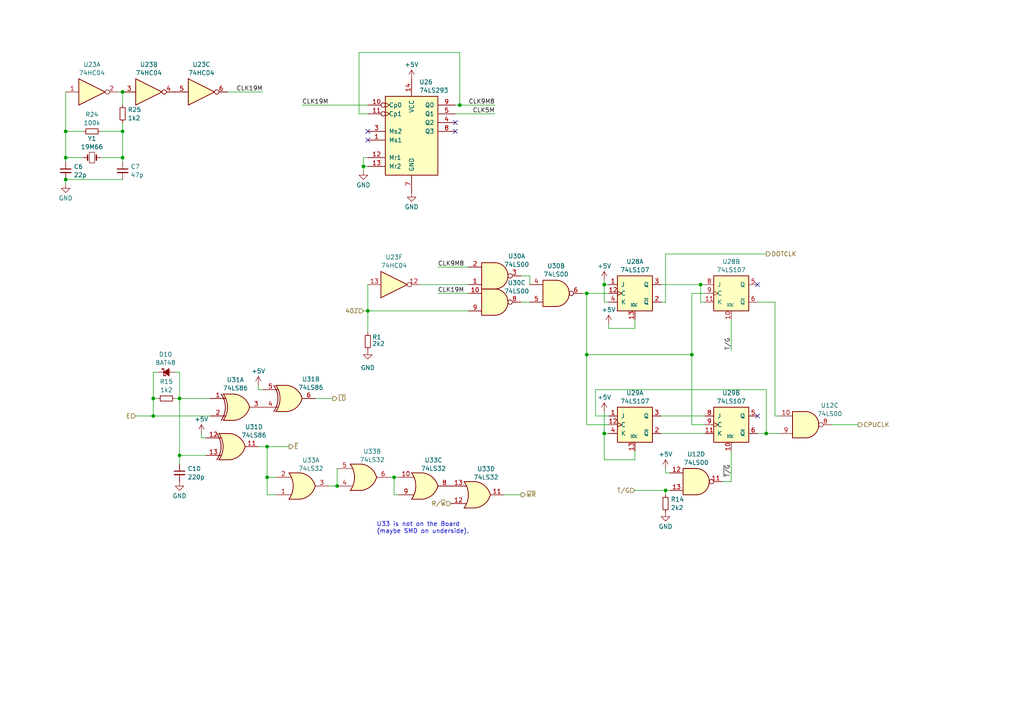
<source format=kicad_sch>
(kicad_sch (version 20231120) (generator "eeschema") (generator_version "8.0")
  (paper "A4")
  (title_block (title "EVA 86 (Epson Video Adapter)") (date "2024-10-12") (rev "v0.1") (company "100% Offner"))
  (lib_symbols
    (symbol "74xx:74HC04"
      (property "Reference" "U" (at 0 1.27 0))
      (property "Value" "74HC04" (at 0 -1.27 0))
      (symbol "74HC04_1_0"
        (polyline (pts (xy -3.81 3.81) (xy -3.81 -3.81) (xy 3.81 0) (xy -3.81 3.81)) (stroke (width 0.254)) (fill (type background)))
        (pin input line (at -7.62 0 0) (length 3.81) (name "~") (number "1"))
        (pin output inverted (at 7.62 0 180) (length 3.81) (name "~") (number "2"))
      )
      (symbol "74HC04_2_0"
        (polyline (pts (xy -3.81 3.81) (xy -3.81 -3.81) (xy 3.81 0) (xy -3.81 3.81)) (stroke (width 0.254)) (fill (type background)))
        (pin input line (at -7.62 0 0) (length 3.81) (name "~") (number "3"))
        (pin output inverted (at 7.62 0 180) (length 3.81) (name "~") (number "4"))
      )
      (symbol "74HC04_3_0"
        (polyline (pts (xy -3.81 3.81) (xy -3.81 -3.81) (xy 3.81 0) (xy -3.81 3.81)) (stroke (width 0.254)) (fill (type background)))
        (pin input line (at -7.62 0 0) (length 3.81) (name "~") (number "5"))
        (pin output inverted (at 7.62 0 180) (length 3.81) (name "~") (number "6"))
      )
      (symbol "74HC04_4_0"
        (polyline (pts (xy -3.81 3.81) (xy -3.81 -3.81) (xy 3.81 0) (xy -3.81 3.81)) (stroke (width 0.254)) (fill (type background)))
        (pin output inverted (at 7.62 0 180) (length 3.81) (name "~") (number "8"))
        (pin input line (at -7.62 0 0) (length 3.81) (name "~") (number "9"))
      )
      (symbol "74HC04_5_0"
        (polyline (pts (xy -3.81 3.81) (xy -3.81 -3.81) (xy 3.81 0) (xy -3.81 3.81)) (stroke (width 0.254)) (fill (type background)))
        (pin output inverted (at 7.62 0 180) (length 3.81) (name "~") (number "10"))
        (pin input line (at -7.62 0 0) (length 3.81) (name "~") (number "11"))
      )
      (symbol "74HC04_6_0"
        (polyline (pts (xy -3.81 3.81) (xy -3.81 -3.81) (xy 3.81 0) (xy -3.81 3.81)) (stroke (width 0.254)) (fill (type background)))
        (pin output inverted (at 7.62 0 180) (length 3.81) (name "~") (number "12"))
        (pin input line (at -7.62 0 0) (length 3.81) (name "~") (number "13"))
      )
      (symbol "74HC04_7_0"
        (pin power_in line (at 0 12.7 270) (length 5.08) (name "VCC") (number "14"))
        (pin power_in line (at 0 -12.7 90) (length 5.08) (name "GND") (number "7"))
      )
      (symbol "74HC04_7_1"
        (rectangle (start -5.08 7.62) (end 5.08 -7.62) (stroke (width 0.254)) (fill (type background)))
      )
    )
    (symbol "74xx:74LS00" (pin_names (offset 1.016))
      (property "Reference" "U" (at 0 1.27 0))
      (property "Value" "74LS00" (at 0 -1.27 0))
      (symbol "74LS00_1_1"
        (arc (start 0 -3.81) (mid 3.7934 0) (end 0 3.81) (stroke (width 0.254)) (fill (type background)))
        (polyline (pts (xy 0 3.81) (xy -3.81 3.81) (xy -3.81 -3.81) (xy 0 -3.81)) (stroke (width 0.254)) (fill (type background)))
        (pin input line (at -7.62 2.54 0) (length 3.81) (name "~") (number "1"))
        (pin input line (at -7.62 -2.54 0) (length 3.81) (name "~") (number "2"))
        (pin output inverted (at 7.62 0 180) (length 3.81) (name "~") (number "3"))
      )
      (symbol "74LS00_1_2"
        (arc (start -3.81 -3.81) (mid -2.589 0) (end -3.81 3.81) (stroke (width 0.254)))
        (arc (start -0.6096 -3.81) (mid 2.1842 -2.5851) (end 3.81 0) (stroke (width 0.254)) (fill (type background)))
        (polyline (pts (xy -3.81 -3.81) (xy -0.635 -3.81)) (stroke (width 0.254)) (fill (type background)))
        (polyline (pts (xy -3.81 3.81) (xy -0.635 3.81)) (stroke (width 0.254)) (fill (type background)))
        (polyline (pts (xy -0.635 3.81) (xy -3.81 3.81) (xy -3.81 3.81) (xy -3.556 3.4036) (xy -3.0226 2.2606) (xy -2.6924 1.0414) (xy -2.6162 -0.254) (xy -2.7686 -1.4986) (xy -3.175 -2.7178) (xy -3.81 -3.81) (xy -3.81 -3.81) (xy -0.635 -3.81)) (stroke (width -25.4)) (fill (type background)))
        (arc (start 3.81 0) (mid 2.1915 2.5936) (end -0.6096 3.81) (stroke (width 0.254)) (fill (type background)))
        (pin input inverted (at -7.62 2.54 0) (length 4.318) (name "~") (number "1"))
        (pin input inverted (at -7.62 -2.54 0) (length 4.318) (name "~") (number "2"))
        (pin output line (at 7.62 0 180) (length 3.81) (name "~") (number "3"))
      )
      (symbol "74LS00_2_1"
        (arc (start 0 -3.81) (mid 3.7934 0) (end 0 3.81) (stroke (width 0.254)) (fill (type background)))
        (polyline (pts (xy 0 3.81) (xy -3.81 3.81) (xy -3.81 -3.81) (xy 0 -3.81)) (stroke (width 0.254)) (fill (type background)))
        (pin input line (at -7.62 2.54 0) (length 3.81) (name "~") (number "4"))
        (pin input line (at -7.62 -2.54 0) (length 3.81) (name "~") (number "5"))
        (pin output inverted (at 7.62 0 180) (length 3.81) (name "~") (number "6"))
      )
      (symbol "74LS00_2_2"
        (arc (start -3.81 -3.81) (mid -2.589 0) (end -3.81 3.81) (stroke (width 0.254)))
        (arc (start -0.6096 -3.81) (mid 2.1842 -2.5851) (end 3.81 0) (stroke (width 0.254)) (fill (type background)))
        (polyline (pts (xy -3.81 -3.81) (xy -0.635 -3.81)) (stroke (width 0.254)) (fill (type background)))
        (polyline (pts (xy -3.81 3.81) (xy -0.635 3.81)) (stroke (width 0.254)) (fill (type background)))
        (polyline (pts (xy -0.635 3.81) (xy -3.81 3.81) (xy -3.81 3.81) (xy -3.556 3.4036) (xy -3.0226 2.2606) (xy -2.6924 1.0414) (xy -2.6162 -0.254) (xy -2.7686 -1.4986) (xy -3.175 -2.7178) (xy -3.81 -3.81) (xy -3.81 -3.81) (xy -0.635 -3.81)) (stroke (width -25.4)) (fill (type background)))
        (arc (start 3.81 0) (mid 2.1915 2.5936) (end -0.6096 3.81) (stroke (width 0.254)) (fill (type background)))
        (pin input inverted (at -7.62 2.54 0) (length 4.318) (name "~") (number "4"))
        (pin input inverted (at -7.62 -2.54 0) (length 4.318) (name "~") (number "5"))
        (pin output line (at 7.62 0 180) (length 3.81) (name "~") (number "6"))
      )
      (symbol "74LS00_3_1"
        (arc (start 0 -3.81) (mid 3.7934 0) (end 0 3.81) (stroke (width 0.254)) (fill (type background)))
        (polyline (pts (xy 0 3.81) (xy -3.81 3.81) (xy -3.81 -3.81) (xy 0 -3.81)) (stroke (width 0.254)) (fill (type background)))
        (pin input line (at -7.62 -2.54 0) (length 3.81) (name "~") (number "10"))
        (pin output inverted (at 7.62 0 180) (length 3.81) (name "~") (number "8"))
        (pin input line (at -7.62 2.54 0) (length 3.81) (name "~") (number "9"))
      )
      (symbol "74LS00_3_2"
        (arc (start -3.81 -3.81) (mid -2.589 0) (end -3.81 3.81) (stroke (width 0.254)))
        (arc (start -0.6096 -3.81) (mid 2.1842 -2.5851) (end 3.81 0) (stroke (width 0.254)) (fill (type background)))
        (polyline (pts (xy -3.81 -3.81) (xy -0.635 -3.81)) (stroke (width 0.254)) (fill (type background)))
        (polyline (pts (xy -3.81 3.81) (xy -0.635 3.81)) (stroke (width 0.254)) (fill (type background)))
        (polyline (pts (xy -0.635 3.81) (xy -3.81 3.81) (xy -3.81 3.81) (xy -3.556 3.4036) (xy -3.0226 2.2606) (xy -2.6924 1.0414) (xy -2.6162 -0.254) (xy -2.7686 -1.4986) (xy -3.175 -2.7178) (xy -3.81 -3.81) (xy -3.81 -3.81) (xy -0.635 -3.81)) (stroke (width -25.4)) (fill (type background)))
        (arc (start 3.81 0) (mid 2.1915 2.5936) (end -0.6096 3.81) (stroke (width 0.254)) (fill (type background)))
        (pin input inverted (at -7.62 -2.54 0) (length 4.318) (name "~") (number "10"))
        (pin output line (at 7.62 0 180) (length 3.81) (name "~") (number "8"))
        (pin input inverted (at -7.62 2.54 0) (length 4.318) (name "~") (number "9"))
      )
      (symbol "74LS00_4_1"
        (arc (start 0 -3.81) (mid 3.7934 0) (end 0 3.81) (stroke (width 0.254)) (fill (type background)))
        (polyline (pts (xy 0 3.81) (xy -3.81 3.81) (xy -3.81 -3.81) (xy 0 -3.81)) (stroke (width 0.254)) (fill (type background)))
        (pin output inverted (at 7.62 0 180) (length 3.81) (name "~") (number "11"))
        (pin input line (at -7.62 2.54 0) (length 3.81) (name "~") (number "12"))
        (pin input line (at -7.62 -2.54 0) (length 3.81) (name "~") (number "13"))
      )
      (symbol "74LS00_4_2"
        (arc (start -3.81 -3.81) (mid -2.589 0) (end -3.81 3.81) (stroke (width 0.254)))
        (arc (start -0.6096 -3.81) (mid 2.1842 -2.5851) (end 3.81 0) (stroke (width 0.254)) (fill (type background)))
        (polyline (pts (xy -3.81 -3.81) (xy -0.635 -3.81)) (stroke (width 0.254)) (fill (type background)))
        (polyline (pts (xy -3.81 3.81) (xy -0.635 3.81)) (stroke (width 0.254)) (fill (type background)))
        (polyline (pts (xy -0.635 3.81) (xy -3.81 3.81) (xy -3.81 3.81) (xy -3.556 3.4036) (xy -3.0226 2.2606) (xy -2.6924 1.0414) (xy -2.6162 -0.254) (xy -2.7686 -1.4986) (xy -3.175 -2.7178) (xy -3.81 -3.81) (xy -3.81 -3.81) (xy -0.635 -3.81)) (stroke (width -25.4)) (fill (type background)))
        (arc (start 3.81 0) (mid 2.1915 2.5936) (end -0.6096 3.81) (stroke (width 0.254)) (fill (type background)))
        (pin output line (at 7.62 0 180) (length 3.81) (name "~") (number "11"))
        (pin input inverted (at -7.62 2.54 0) (length 4.318) (name "~") (number "12"))
        (pin input inverted (at -7.62 -2.54 0) (length 4.318) (name "~") (number "13"))
      )
      (symbol "74LS00_5_0"
        (pin power_in line (at 0 12.7 270) (length 5.08) (name "VCC") (number "14"))
        (pin power_in line (at 0 -12.7 90) (length 5.08) (name "GND") (number "7"))
      )
      (symbol "74LS00_5_1"
        (rectangle (start -5.08 7.62) (end 5.08 -7.62) (stroke (width 0.254)) (fill (type background)))
      )
    )
    (symbol "74xx:74LS107" (pin_names (offset 1.016))
      (property "Reference" "U" (at -7.62 8.89 0))
      (property "Value" "74LS107" (at -7.62 -8.89 0))
      (symbol "74LS107_1_0"
        (pin input line (at -7.62 2.54 0) (length 2.54) (name "J") (number "1"))
        (pin input clock (at -7.62 0 0) (length 2.54) (name "C") (number "12"))
        (pin input line (at 0 -7.62 90) (length 2.54) (name "~{R}") (number "13"))
        (pin output line (at 7.62 -2.54 180) (length 2.54) (name "~{Q}") (number "2"))
        (pin output line (at 7.62 2.54 180) (length 2.54) (name "Q") (number "3"))
        (pin input line (at -7.62 -2.54 0) (length 2.54) (name "K") (number "4"))
      )
      (symbol "74LS107_1_1"
        (rectangle (start -5.08 5.08) (end 5.08 -5.08) (stroke (width 0.254)) (fill (type background)))
      )
      (symbol "74LS107_2_0"
        (pin input line (at 0 -7.62 90) (length 2.54) (name "~{R}") (number "10"))
        (pin input line (at -7.62 -2.54 0) (length 2.54) (name "K") (number "11"))
        (pin output line (at 7.62 2.54 180) (length 2.54) (name "Q") (number "5"))
        (pin output line (at 7.62 -2.54 180) (length 2.54) (name "~{Q}") (number "6"))
        (pin input line (at -7.62 2.54 0) (length 2.54) (name "J") (number "8"))
        (pin input clock (at -7.62 0 0) (length 2.54) (name "C") (number "9"))
      )
      (symbol "74LS107_2_1"
        (rectangle (start -5.08 5.08) (end 5.08 -5.08) (stroke (width 0.254)) (fill (type background)))
      )
      (symbol "74LS107_3_0"
        (pin power_in line (at 0 10.16 270) (length 2.54) (name "VCC") (number "14"))
        (pin power_in line (at 0 -10.16 90) (length 2.54) (name "GND") (number "7"))
      )
      (symbol "74LS107_3_1"
        (rectangle (start -5.08 7.62) (end 5.08 -7.62) (stroke (width 0.254)) (fill (type background)))
      )
    )
    (symbol "74xx:74LS293" (pin_names (offset 1.016))
      (property "Reference" "U" (at -7.62 11.43 0))
      (property "Value" "74LS293" (at -7.62 -13.97 0))
      (symbol "74LS293_1_0"
        (pin input line (at -12.7 -2.54 0) (length 5.08) (name "Ms1") (number "1"))
        (pin input inverted_clock (at -12.7 7.62 0) (length 5.08) (name "Cp0") (number "10"))
        (pin input inverted_clock (at -12.7 5.08 0) (length 5.08) (name "Cp1") (number "11"))
        (pin input line (at -12.7 -7.62 0) (length 5.08) (name "Mr1") (number "12"))
        (pin input line (at -12.7 -10.16 0) (length 5.08) (name "Mr2") (number "13"))
        (pin power_in line (at 0 15.24 270) (length 5.08) (name "VCC") (number "14"))
        (pin input line (at -12.7 0 0) (length 5.08) (name "Ms2") (number "3"))
        (pin output line (at 12.7 2.54 180) (length 5.08) (name "Q2") (number "4"))
        (pin output line (at 12.7 5.08 180) (length 5.08) (name "Q1") (number "5"))
        (pin power_in line (at 0 -17.78 90) (length 5.08) (name "GND") (number "7"))
        (pin output line (at 12.7 0 180) (length 5.08) (name "Q3") (number "8"))
        (pin output line (at 12.7 7.62 180) (length 5.08) (name "Q0") (number "9"))
      )
      (symbol "74LS293_1_1"
        (rectangle (start -7.62 10.16) (end 7.62 -12.7) (stroke (width 0.254)) (fill (type background)))
      )
    )
    (symbol "74xx:74LS32" (pin_names (offset 1.016))
      (property "Reference" "U" (at 0 1.27 0))
      (property "Value" "74LS32" (at 0 -1.27 0))
      (symbol "74LS32_1_1"
        (arc (start -3.81 -3.81) (mid -2.589 0) (end -3.81 3.81) (stroke (width 0.254)))
        (arc (start -0.6096 -3.81) (mid 2.1842 -2.5851) (end 3.81 0) (stroke (width 0.254)) (fill (type background)))
        (polyline (pts (xy -3.81 -3.81) (xy -0.635 -3.81)) (stroke (width 0.254)) (fill (type background)))
        (polyline (pts (xy -3.81 3.81) (xy -0.635 3.81)) (stroke (width 0.254)) (fill (type background)))
        (polyline (pts (xy -0.635 3.81) (xy -3.81 3.81) (xy -3.81 3.81) (xy -3.556 3.4036) (xy -3.0226 2.2606) (xy -2.6924 1.0414) (xy -2.6162 -0.254) (xy -2.7686 -1.4986) (xy -3.175 -2.7178) (xy -3.81 -3.81) (xy -3.81 -3.81) (xy -0.635 -3.81)) (stroke (width -25.4)) (fill (type background)))
        (arc (start 3.81 0) (mid 2.1915 2.5936) (end -0.6096 3.81) (stroke (width 0.254)) (fill (type background)))
        (pin input line (at -7.62 2.54 0) (length 4.318) (name "~") (number "1"))
        (pin input line (at -7.62 -2.54 0) (length 4.318) (name "~") (number "2"))
        (pin output line (at 7.62 0 180) (length 3.81) (name "~") (number "3"))
      )
      (symbol "74LS32_1_2"
        (arc (start 0 -3.81) (mid 3.7934 0) (end 0 3.81) (stroke (width 0.254)) (fill (type background)))
        (polyline (pts (xy 0 3.81) (xy -3.81 3.81) (xy -3.81 -3.81) (xy 0 -3.81)) (stroke (width 0.254)) (fill (type background)))
        (pin input inverted (at -7.62 2.54 0) (length 3.81) (name "~") (number "1"))
        (pin input inverted (at -7.62 -2.54 0) (length 3.81) (name "~") (number "2"))
        (pin output inverted (at 7.62 0 180) (length 3.81) (name "~") (number "3"))
      )
      (symbol "74LS32_2_1"
        (arc (start -3.81 -3.81) (mid -2.589 0) (end -3.81 3.81) (stroke (width 0.254)))
        (arc (start -0.6096 -3.81) (mid 2.1842 -2.5851) (end 3.81 0) (stroke (width 0.254)) (fill (type background)))
        (polyline (pts (xy -3.81 -3.81) (xy -0.635 -3.81)) (stroke (width 0.254)) (fill (type background)))
        (polyline (pts (xy -3.81 3.81) (xy -0.635 3.81)) (stroke (width 0.254)) (fill (type background)))
        (polyline (pts (xy -0.635 3.81) (xy -3.81 3.81) (xy -3.81 3.81) (xy -3.556 3.4036) (xy -3.0226 2.2606) (xy -2.6924 1.0414) (xy -2.6162 -0.254) (xy -2.7686 -1.4986) (xy -3.175 -2.7178) (xy -3.81 -3.81) (xy -3.81 -3.81) (xy -0.635 -3.81)) (stroke (width -25.4)) (fill (type background)))
        (arc (start 3.81 0) (mid 2.1915 2.5936) (end -0.6096 3.81) (stroke (width 0.254)) (fill (type background)))
        (pin input line (at -7.62 2.54 0) (length 4.318) (name "~") (number "4"))
        (pin input line (at -7.62 -2.54 0) (length 4.318) (name "~") (number "5"))
        (pin output line (at 7.62 0 180) (length 3.81) (name "~") (number "6"))
      )
      (symbol "74LS32_2_2"
        (arc (start 0 -3.81) (mid 3.7934 0) (end 0 3.81) (stroke (width 0.254)) (fill (type background)))
        (polyline (pts (xy 0 3.81) (xy -3.81 3.81) (xy -3.81 -3.81) (xy 0 -3.81)) (stroke (width 0.254)) (fill (type background)))
        (pin input inverted (at -7.62 2.54 0) (length 3.81) (name "~") (number "4"))
        (pin input inverted (at -7.62 -2.54 0) (length 3.81) (name "~") (number "5"))
        (pin output inverted (at 7.62 0 180) (length 3.81) (name "~") (number "6"))
      )
      (symbol "74LS32_3_1"
        (arc (start -3.81 -3.81) (mid -2.589 0) (end -3.81 3.81) (stroke (width 0.254)))
        (arc (start -0.6096 -3.81) (mid 2.1842 -2.5851) (end 3.81 0) (stroke (width 0.254)) (fill (type background)))
        (polyline (pts (xy -3.81 -3.81) (xy -0.635 -3.81)) (stroke (width 0.254)) (fill (type background)))
        (polyline (pts (xy -3.81 3.81) (xy -0.635 3.81)) (stroke (width 0.254)) (fill (type background)))
        (polyline (pts (xy -0.635 3.81) (xy -3.81 3.81) (xy -3.81 3.81) (xy -3.556 3.4036) (xy -3.0226 2.2606) (xy -2.6924 1.0414) (xy -2.6162 -0.254) (xy -2.7686 -1.4986) (xy -3.175 -2.7178) (xy -3.81 -3.81) (xy -3.81 -3.81) (xy -0.635 -3.81)) (stroke (width -25.4)) (fill (type background)))
        (arc (start 3.81 0) (mid 2.1915 2.5936) (end -0.6096 3.81) (stroke (width 0.254)) (fill (type background)))
        (pin input line (at -7.62 -2.54 0) (length 4.318) (name "~") (number "10"))
        (pin output line (at 7.62 0 180) (length 3.81) (name "~") (number "8"))
        (pin input line (at -7.62 2.54 0) (length 4.318) (name "~") (number "9"))
      )
      (symbol "74LS32_3_2"
        (arc (start 0 -3.81) (mid 3.7934 0) (end 0 3.81) (stroke (width 0.254)) (fill (type background)))
        (polyline (pts (xy 0 3.81) (xy -3.81 3.81) (xy -3.81 -3.81) (xy 0 -3.81)) (stroke (width 0.254)) (fill (type background)))
        (pin input inverted (at -7.62 -2.54 0) (length 3.81) (name "~") (number "10"))
        (pin output inverted (at 7.62 0 180) (length 3.81) (name "~") (number "8"))
        (pin input inverted (at -7.62 2.54 0) (length 3.81) (name "~") (number "9"))
      )
      (symbol "74LS32_4_1"
        (arc (start -3.81 -3.81) (mid -2.589 0) (end -3.81 3.81) (stroke (width 0.254)))
        (arc (start -0.6096 -3.81) (mid 2.1842 -2.5851) (end 3.81 0) (stroke (width 0.254)) (fill (type background)))
        (polyline (pts (xy -3.81 -3.81) (xy -0.635 -3.81)) (stroke (width 0.254)) (fill (type background)))
        (polyline (pts (xy -3.81 3.81) (xy -0.635 3.81)) (stroke (width 0.254)) (fill (type background)))
        (polyline (pts (xy -0.635 3.81) (xy -3.81 3.81) (xy -3.81 3.81) (xy -3.556 3.4036) (xy -3.0226 2.2606) (xy -2.6924 1.0414) (xy -2.6162 -0.254) (xy -2.7686 -1.4986) (xy -3.175 -2.7178) (xy -3.81 -3.81) (xy -3.81 -3.81) (xy -0.635 -3.81)) (stroke (width -25.4)) (fill (type background)))
        (arc (start 3.81 0) (mid 2.1915 2.5936) (end -0.6096 3.81) (stroke (width 0.254)) (fill (type background)))
        (pin output line (at 7.62 0 180) (length 3.81) (name "~") (number "11"))
        (pin input line (at -7.62 2.54 0) (length 4.318) (name "~") (number "12"))
        (pin input line (at -7.62 -2.54 0) (length 4.318) (name "~") (number "13"))
      )
      (symbol "74LS32_4_2"
        (arc (start 0 -3.81) (mid 3.7934 0) (end 0 3.81) (stroke (width 0.254)) (fill (type background)))
        (polyline (pts (xy 0 3.81) (xy -3.81 3.81) (xy -3.81 -3.81) (xy 0 -3.81)) (stroke (width 0.254)) (fill (type background)))
        (pin output inverted (at 7.62 0 180) (length 3.81) (name "~") (number "11"))
        (pin input inverted (at -7.62 2.54 0) (length 3.81) (name "~") (number "12"))
        (pin input inverted (at -7.62 -2.54 0) (length 3.81) (name "~") (number "13"))
      )
      (symbol "74LS32_5_0"
        (pin power_in line (at 0 12.7 270) (length 5.08) (name "VCC") (number "14"))
        (pin power_in line (at 0 -12.7 90) (length 5.08) (name "GND") (number "7"))
      )
      (symbol "74LS32_5_1"
        (rectangle (start -5.08 7.62) (end 5.08 -7.62) (stroke (width 0.254)) (fill (type background)))
      )
    )
    (symbol "74xx:74LS86" (pin_names (offset 1.016))
      (property "Reference" "U" (at 0 1.27 0))
      (property "Value" "74LS86" (at 0 -1.27 0))
      (symbol "74LS86_1_0"
        (arc (start -4.4196 -3.81) (mid -3.2033 0) (end -4.4196 3.81) (stroke (width 0.254)))
        (arc (start -3.81 -3.81) (mid -2.589 0) (end -3.81 3.81) (stroke (width 0.254)))
        (arc (start -0.6096 -3.81) (mid 2.1842 -2.5851) (end 3.81 0) (stroke (width 0.254)) (fill (type background)))
        (polyline (pts (xy -3.81 -3.81) (xy -0.635 -3.81)) (stroke (width 0.254)) (fill (type background)))
        (polyline (pts (xy -3.81 3.81) (xy -0.635 3.81)) (stroke (width 0.254)) (fill (type background)))
        (polyline (pts (xy -0.635 3.81) (xy -3.81 3.81) (xy -3.81 3.81) (xy -3.556 3.4036) (xy -3.0226 2.2606) (xy -2.6924 1.0414) (xy -2.6162 -0.254) (xy -2.7686 -1.4986) (xy -3.175 -2.7178) (xy -3.81 -3.81) (xy -3.81 -3.81) (xy -0.635 -3.81)) (stroke (width -25.4)) (fill (type background)))
        (arc (start 3.81 0) (mid 2.1915 2.5936) (end -0.6096 3.81) (stroke (width 0.254)) (fill (type background)))
        (pin input line (at -7.62 2.54 0) (length 4.445) (name "~") (number "1"))
        (pin input line (at -7.62 -2.54 0) (length 4.445) (name "~") (number "2"))
        (pin output line (at 7.62 0 180) (length 3.81) (name "~") (number "3"))
      )
      (symbol "74LS86_1_1"
        (polyline (pts (xy -3.81 -2.54) (xy -3.175 -2.54)) (stroke (width 0.1524)))
        (polyline (pts (xy -3.81 2.54) (xy -3.175 2.54)) (stroke (width 0.1524)))
      )
      (symbol "74LS86_2_0"
        (arc (start -4.4196 -3.81) (mid -3.2033 0) (end -4.4196 3.81) (stroke (width 0.254)))
        (arc (start -3.81 -3.81) (mid -2.589 0) (end -3.81 3.81) (stroke (width 0.254)))
        (arc (start -0.6096 -3.81) (mid 2.1842 -2.5851) (end 3.81 0) (stroke (width 0.254)) (fill (type background)))
        (polyline (pts (xy -3.81 -3.81) (xy -0.635 -3.81)) (stroke (width 0.254)) (fill (type background)))
        (polyline (pts (xy -3.81 3.81) (xy -0.635 3.81)) (stroke (width 0.254)) (fill (type background)))
        (polyline (pts (xy -0.635 3.81) (xy -3.81 3.81) (xy -3.81 3.81) (xy -3.556 3.4036) (xy -3.0226 2.2606) (xy -2.6924 1.0414) (xy -2.6162 -0.254) (xy -2.7686 -1.4986) (xy -3.175 -2.7178) (xy -3.81 -3.81) (xy -3.81 -3.81) (xy -0.635 -3.81)) (stroke (width -25.4)) (fill (type background)))
        (arc (start 3.81 0) (mid 2.1915 2.5936) (end -0.6096 3.81) (stroke (width 0.254)) (fill (type background)))
        (pin input line (at -7.62 2.54 0) (length 4.445) (name "~") (number "4"))
        (pin input line (at -7.62 -2.54 0) (length 4.445) (name "~") (number "5"))
        (pin output line (at 7.62 0 180) (length 3.81) (name "~") (number "6"))
      )
      (symbol "74LS86_2_1"
        (polyline (pts (xy -3.81 -2.54) (xy -3.175 -2.54)) (stroke (width 0.1524)))
        (polyline (pts (xy -3.81 2.54) (xy -3.175 2.54)) (stroke (width 0.1524)))
      )
      (symbol "74LS86_3_0"
        (arc (start -4.4196 -3.81) (mid -3.2033 0) (end -4.4196 3.81) (stroke (width 0.254)))
        (arc (start -3.81 -3.81) (mid -2.589 0) (end -3.81 3.81) (stroke (width 0.254)))
        (arc (start -0.6096 -3.81) (mid 2.1842 -2.5851) (end 3.81 0) (stroke (width 0.254)) (fill (type background)))
        (polyline (pts (xy -3.81 -3.81) (xy -0.635 -3.81)) (stroke (width 0.254)) (fill (type background)))
        (polyline (pts (xy -3.81 3.81) (xy -0.635 3.81)) (stroke (width 0.254)) (fill (type background)))
        (polyline (pts (xy -0.635 3.81) (xy -3.81 3.81) (xy -3.81 3.81) (xy -3.556 3.4036) (xy -3.0226 2.2606) (xy -2.6924 1.0414) (xy -2.6162 -0.254) (xy -2.7686 -1.4986) (xy -3.175 -2.7178) (xy -3.81 -3.81) (xy -3.81 -3.81) (xy -0.635 -3.81)) (stroke (width -25.4)) (fill (type background)))
        (arc (start 3.81 0) (mid 2.1915 2.5936) (end -0.6096 3.81) (stroke (width 0.254)) (fill (type background)))
        (pin input line (at -7.62 -2.54 0) (length 4.445) (name "~") (number "10"))
        (pin output line (at 7.62 0 180) (length 3.81) (name "~") (number "8"))
        (pin input line (at -7.62 2.54 0) (length 4.445) (name "~") (number "9"))
      )
      (symbol "74LS86_3_1"
        (polyline (pts (xy -3.81 -2.54) (xy -3.175 -2.54)) (stroke (width 0.1524)))
        (polyline (pts (xy -3.81 2.54) (xy -3.175 2.54)) (stroke (width 0.1524)))
      )
      (symbol "74LS86_4_0"
        (arc (start -4.4196 -3.81) (mid -3.2033 0) (end -4.4196 3.81) (stroke (width 0.254)))
        (arc (start -3.81 -3.81) (mid -2.589 0) (end -3.81 3.81) (stroke (width 0.254)))
        (arc (start -0.6096 -3.81) (mid 2.1842 -2.5851) (end 3.81 0) (stroke (width 0.254)) (fill (type background)))
        (polyline (pts (xy -3.81 -3.81) (xy -0.635 -3.81)) (stroke (width 0.254)) (fill (type background)))
        (polyline (pts (xy -3.81 3.81) (xy -0.635 3.81)) (stroke (width 0.254)) (fill (type background)))
        (polyline (pts (xy -0.635 3.81) (xy -3.81 3.81) (xy -3.81 3.81) (xy -3.556 3.4036) (xy -3.0226 2.2606) (xy -2.6924 1.0414) (xy -2.6162 -0.254) (xy -2.7686 -1.4986) (xy -3.175 -2.7178) (xy -3.81 -3.81) (xy -3.81 -3.81) (xy -0.635 -3.81)) (stroke (width -25.4)) (fill (type background)))
        (arc (start 3.81 0) (mid 2.1915 2.5936) (end -0.6096 3.81) (stroke (width 0.254)) (fill (type background)))
        (pin output line (at 7.62 0 180) (length 3.81) (name "~") (number "11"))
        (pin input line (at -7.62 2.54 0) (length 4.445) (name "~") (number "12"))
        (pin input line (at -7.62 -2.54 0) (length 4.445) (name "~") (number "13"))
      )
      (symbol "74LS86_4_1"
        (polyline (pts (xy -3.81 -2.54) (xy -3.175 -2.54)) (stroke (width 0.1524)))
        (polyline (pts (xy -3.81 2.54) (xy -3.175 2.54)) (stroke (width 0.1524)))
      )
      (symbol "74LS86_5_0"
        (pin power_in line (at 0 12.7 270) (length 5.08) (name "VCC") (number "14"))
        (pin power_in line (at 0 -12.7 90) (length 5.08) (name "GND") (number "7"))
      )
      (symbol "74LS86_5_1"
        (rectangle (start -5.08 7.62) (end 5.08 -7.62) (stroke (width 0.254)) (fill (type background)))
      )
    )
    (symbol "Device:C_Small" (pin_numbers hide) (pin_names (offset 0.254) hide)
      (property "Reference" "C" (at 0.254 1.778 0))
      (property "Value" "C_Small" (at 0.254 -2.032 0))
      (symbol "C_Small_0_1"
        (polyline (pts (xy -1.524 -0.508) (xy 1.524 -0.508)) (stroke (width 0.3302)))
        (polyline (pts (xy -1.524 0.508) (xy 1.524 0.508)) (stroke (width 0.3048)))
      )
      (symbol "C_Small_1_1"
        (pin passive line (at 0 2.54 270) (length 2.032) (name "~") (number "1"))
        (pin passive line (at 0 -2.54 90) (length 2.032) (name "~") (number "2"))
      )
    )
    (symbol "Device:Crystal_Small" (pin_numbers hide) (pin_names (offset 1.016) hide)
      (property "Reference" "Y" (at 0 2.54 0))
      (property "Value" "Crystal_Small" (at 0 -2.54 0))
      (symbol "Crystal_Small_0_1"
        (rectangle (start -0.762 -1.524) (end 0.762 1.524))
        (polyline (pts (xy -1.27 -0.762) (xy -1.27 0.762)) (stroke (width 0.381)))
        (polyline (pts (xy 1.27 -0.762) (xy 1.27 0.762)) (stroke (width 0.381)))
      )
      (symbol "Crystal_Small_1_1"
        (pin passive line (at -2.54 0 0) (length 1.27) (name "1") (number "1"))
        (pin passive line (at 2.54 0 180) (length 1.27) (name "2") (number "2"))
      )
    )
    (symbol "Device:D_Schottky_Small_Filled" (pin_numbers hide) (pin_names (offset 0.254) hide)
      (property "Reference" "D" (at -1.27 2.032 0))
      (property "Value" "D_Schottky_Small_Filled" (at -7.112 -2.032 0))
      (symbol "D_Schottky_Small_Filled_0_1"
        (polyline (pts (xy -0.762 0) (xy 0.762 0)))
        (polyline (pts (xy 0.762 -1.016) (xy -0.762 0) (xy 0.762 1.016) (xy 0.762 -1.016)) (stroke (width 0.254)) (fill (type outline)))
        (polyline (pts (xy -1.27 0.762) (xy -1.27 1.016) (xy -0.762 1.016) (xy -0.762 -1.016) (xy -0.254 -1.016) (xy -0.254 -0.762)) (stroke (width 0.254)))
      )
      (symbol "D_Schottky_Small_Filled_1_1"
        (pin passive line (at -2.54 0 0) (length 1.778) (name "K") (number "1"))
        (pin passive line (at 2.54 0 180) (length 1.778) (name "A") (number "2"))
      )
    )
    (symbol "Device:R_Small" (pin_numbers hide) (pin_names (offset 0.254) hide)
      (property "Reference" "R" (at 0.762 0.508 0))
      (property "Value" "R_Small" (at 0.762 -1.016 0))
      (symbol "R_Small_0_1"
        (rectangle (start -0.762 1.778) (end 0.762 -1.778) (stroke (width 0.2032)))
      )
      (symbol "R_Small_1_1"
        (pin passive line (at 0 2.54 270) (length 0.762) (name "~") (number "1"))
        (pin passive line (at 0 -2.54 90) (length 0.762) (name "~") (number "2"))
      )
    )
    (symbol "GND_1" (power) (pin_names (offset 0))
      (property "Value" "GND_1" (at 0 -3.81 0))
      (symbol "GND_1_0_1"
        (polyline (pts (xy 0 0) (xy 0 -1.27) (xy 1.27 -1.27) (xy 0 -2.54) (xy -1.27 -1.27) (xy 0 -1.27)))
      )
      (symbol "GND_1_1_1"
        (pin power_in line (at 0 0 270) (length 0) hide (name "GND") (number "1"))
      )
    )
    (symbol "power:+5V" (power) (pin_names (offset 0))
      (property "Value" "+5V" (at 0 3.556 0))
      (symbol "+5V_0_1"
        (polyline (pts (xy -0.762 1.27) (xy 0 2.54)))
        (polyline (pts (xy 0 0) (xy 0 2.54)))
        (polyline (pts (xy 0 2.54) (xy 0.762 1.27)))
      )
      (symbol "+5V_1_1"
        (pin power_in line (at 0 0 90) (length 0) hide (name "+5V") (number "1"))
      )
    )
    (symbol "power:GND" (power) (pin_names (offset 0))
      (property "Value" "GND" (at 0 -3.81 0))
      (symbol "GND_0_1"
        (polyline (pts (xy 0 0) (xy 0 -1.27) (xy 1.27 -1.27) (xy 0 -2.54) (xy -1.27 -1.27) (xy 0 -1.27)))
      )
      (symbol "GND_1_1"
        (pin power_in line (at 0 0 270) (length 0) hide (name "GND") (number "1"))
      )
    )
  )
  (junction (at 175.26 82.55))
  (junction (at 35.56 45.72))
  (junction (at 203.2 82.55))
  (junction (at 222.25 125.73))
  (junction (at 35.56 38.1))
  (junction (at 193.04 142.24))
  (junction (at 19.05 45.72))
  (junction (at 200.66 102.87))
  (junction (at 35.56 26.67))
  (junction (at 52.07 115.57))
  (junction (at 133.35 30.48))
  (junction (at 77.47 138.43))
  (junction (at 52.07 132.08))
  (junction (at 105.41 48.26))
  (junction (at 44.45 120.65))
  (junction (at 77.47 129.54))
  (junction (at 170.18 102.87))
  (junction (at 175.26 125.73))
  (junction (at 19.05 38.1))
  (junction (at 170.18 85.09))
  (junction (at 97.79 140.97))
  (junction (at 19.05 52.07))
  (junction (at 114.3 138.43))
  (junction (at 106.68 90.17))
  (junction (at 44.45 115.57))
  (no_connect (at 106.68 40.64))
  (no_connect (at 132.08 35.56))
  (no_connect (at 106.68 38.1))
  (no_connect (at 219.71 120.65))
  (no_connect (at 219.71 82.55))
  (no_connect (at 132.08 38.1))
  (wire (pts (xy 127 77.47) (xy 135.89 77.47)))
  (wire (pts (xy 35.56 26.67) (xy 35.56 30.48)))
  (wire (pts (xy 133.35 15.24) (xy 104.14 15.24)))
  (wire (pts (xy 193.04 87.63) (xy 193.04 73.66)))
  (wire (pts (xy 194.31 137.16) (xy 193.04 137.16)))
  (wire (pts (xy 203.2 87.63) (xy 203.2 82.55)))
  (wire (pts (xy 77.47 138.43) (xy 80.01 138.43)))
  (wire (pts (xy 50.8 107.95) (xy 52.07 107.95)))
  (wire (pts (xy 175.26 81.28) (xy 175.26 82.55)))
  (wire (pts (xy 224.79 87.63) (xy 224.79 120.65)))
  (wire (pts (xy 34.29 26.67) (xy 35.56 26.67)))
  (wire (pts (xy 191.77 82.55) (xy 203.2 82.55)))
  (wire (pts (xy 114.3 143.51) (xy 114.3 138.43)))
  (wire (pts (xy 172.72 120.65) (xy 172.72 113.03)))
  (wire (pts (xy 44.45 115.57) (xy 44.45 120.65)))
  (wire (pts (xy 135.89 85.09) (xy 127 85.09)))
  (wire (pts (xy 80.01 143.51) (xy 77.47 143.51)))
  (wire (pts (xy 209.55 139.7) (xy 212.09 139.7)))
  (wire (pts (xy 204.47 87.63) (xy 203.2 87.63)))
  (wire (pts (xy 35.56 35.56) (xy 35.56 38.1)))
  (wire (pts (xy 212.09 130.81) (xy 212.09 139.7)))
  (wire (pts (xy 19.05 52.07) (xy 35.56 52.07)))
  (wire (pts (xy 176.53 87.63) (xy 175.26 87.63)))
  (wire (pts (xy 105.41 49.53) (xy 105.41 48.26)))
  (wire (pts (xy 212.09 92.71) (xy 212.09 101.6)))
  (wire (pts (xy 193.04 142.24) (xy 194.31 142.24)))
  (wire (pts (xy 44.45 115.57) (xy 45.72 115.57)))
  (wire (pts (xy 77.47 129.54) (xy 77.47 138.43)))
  (wire (pts (xy 52.07 115.57) (xy 52.07 132.08)))
  (wire (pts (xy 19.05 26.67) (xy 19.05 38.1)))
  (wire (pts (xy 97.79 135.89) (xy 97.79 140.97)))
  (wire (pts (xy 204.47 123.19) (xy 200.66 123.19)))
  (wire (pts (xy 59.69 127) (xy 58.42 127)))
  (wire (pts (xy 175.26 125.73) (xy 175.26 133.35)))
  (wire (pts (xy 176.53 93.98) (xy 176.53 95.25)))
  (wire (pts (xy 115.57 143.51) (xy 114.3 143.51)))
  (wire (pts (xy 204.47 120.65) (xy 191.77 120.65)))
  (wire (pts (xy 58.42 127) (xy 58.42 125.73)))
  (wire (pts (xy 193.04 73.66) (xy 222.25 73.66)))
  (wire (pts (xy 76.2 113.03) (xy 74.93 113.03)))
  (wire (pts (xy 77.47 129.54) (xy 74.93 129.54)))
  (wire (pts (xy 170.18 102.87) (xy 170.18 123.19)))
  (wire (pts (xy 175.26 82.55) (xy 176.53 82.55)))
  (wire (pts (xy 132.08 33.02) (xy 143.51 33.02)))
  (wire (pts (xy 224.79 120.65) (xy 226.06 120.65)))
  (wire (pts (xy 35.56 38.1) (xy 35.56 45.72)))
  (wire (pts (xy 97.79 140.97) (xy 95.25 140.97)))
  (wire (pts (xy 204.47 125.73) (xy 191.77 125.73)))
  (wire (pts (xy 176.53 85.09) (xy 170.18 85.09)))
  (wire (pts (xy 193.04 135.89) (xy 193.04 137.16)))
  (wire (pts (xy 29.21 38.1) (xy 35.56 38.1)))
  (wire (pts (xy 170.18 102.87) (xy 200.66 102.87)))
  (wire (pts (xy 222.25 125.73) (xy 226.06 125.73)))
  (wire (pts (xy 105.41 48.26) (xy 106.68 48.26)))
  (wire (pts (xy 175.26 133.35) (xy 184.15 133.35)))
  (wire (pts (xy 176.53 120.65) (xy 172.72 120.65)))
  (wire (pts (xy 77.47 138.43) (xy 77.47 143.51)))
  (wire (pts (xy 45.72 107.95) (xy 44.45 107.95)))
  (wire (pts (xy 175.26 119.38) (xy 175.26 125.73)))
  (wire (pts (xy 222.25 125.73) (xy 219.71 125.73)))
  (wire (pts (xy 114.3 138.43) (xy 115.57 138.43)))
  (wire (pts (xy 151.13 87.63) (xy 153.67 87.63)))
  (wire (pts (xy 44.45 120.65) (xy 60.96 120.65)))
  (wire (pts (xy 168.91 85.09) (xy 170.18 85.09)))
  (wire (pts (xy 105.41 45.72) (xy 106.68 45.72)))
  (wire (pts (xy 35.56 45.72) (xy 35.56 46.99)))
  (wire (pts (xy 106.68 82.55) (xy 106.68 90.17)))
  (wire (pts (xy 113.03 138.43) (xy 114.3 138.43)))
  (wire (pts (xy 133.35 30.48) (xy 143.51 30.48)))
  (wire (pts (xy 19.05 53.34) (xy 19.05 52.07)))
  (wire (pts (xy 184.15 133.35) (xy 184.15 130.81)))
  (wire (pts (xy 176.53 95.25) (xy 184.15 95.25)))
  (wire (pts (xy 191.77 87.63) (xy 193.04 87.63)))
  (wire (pts (xy 200.66 85.09) (xy 204.47 85.09)))
  (wire (pts (xy 19.05 38.1) (xy 19.05 45.72)))
  (wire (pts (xy 50.8 115.57) (xy 52.07 115.57)))
  (wire (pts (xy 121.92 82.55) (xy 135.89 82.55)))
  (wire (pts (xy 170.18 123.19) (xy 176.53 123.19)))
  (wire (pts (xy 105.41 48.26) (xy 105.41 45.72)))
  (wire (pts (xy 96.52 115.57) (xy 91.44 115.57)))
  (wire (pts (xy 74.93 113.03) (xy 74.93 111.76)))
  (wire (pts (xy 52.07 107.95) (xy 52.07 115.57)))
  (wire (pts (xy 175.26 125.73) (xy 176.53 125.73)))
  (wire (pts (xy 19.05 45.72) (xy 24.13 45.72)))
  (wire (pts (xy 133.35 30.48) (xy 133.35 15.24)))
  (wire (pts (xy 106.68 90.17) (xy 135.89 90.17)))
  (wire (pts (xy 87.63 30.48) (xy 106.68 30.48)))
  (wire (pts (xy 106.68 90.17) (xy 106.68 96.52)))
  (wire (pts (xy 105.41 90.17) (xy 106.68 90.17)))
  (wire (pts (xy 44.45 107.95) (xy 44.45 115.57)))
  (wire (pts (xy 203.2 82.55) (xy 204.47 82.55)))
  (wire (pts (xy 224.79 87.63) (xy 219.71 87.63)))
  (wire (pts (xy 153.67 80.01) (xy 153.67 82.55)))
  (wire (pts (xy 19.05 38.1) (xy 24.13 38.1)))
  (wire (pts (xy 175.26 82.55) (xy 175.26 87.63)))
  (wire (pts (xy 151.13 143.51) (xy 146.05 143.51)))
  (wire (pts (xy 83.82 129.54) (xy 77.47 129.54)))
  (wire (pts (xy 104.14 15.24) (xy 104.14 33.02)))
  (wire (pts (xy 66.04 26.67) (xy 76.2 26.67)))
  (wire (pts (xy 184.15 142.24) (xy 193.04 142.24)))
  (wire (pts (xy 29.21 45.72) (xy 35.56 45.72)))
  (wire (pts (xy 52.07 132.08) (xy 59.69 132.08)))
  (wire (pts (xy 193.04 142.24) (xy 193.04 143.51)))
  (wire (pts (xy 222.25 113.03) (xy 222.25 125.73)))
  (wire (pts (xy 200.66 123.19) (xy 200.66 102.87)))
  (wire (pts (xy 104.14 33.02) (xy 106.68 33.02)))
  (wire (pts (xy 248.92 123.19) (xy 241.3 123.19)))
  (wire (pts (xy 151.13 80.01) (xy 153.67 80.01)))
  (wire (pts (xy 44.45 120.65) (xy 39.37 120.65)))
  (wire (pts (xy 52.07 115.57) (xy 60.96 115.57)))
  (wire (pts (xy 170.18 85.09) (xy 170.18 102.87)))
  (wire (pts (xy 52.07 132.08) (xy 52.07 134.62)))
  (wire (pts (xy 172.72 113.03) (xy 222.25 113.03)))
  (wire (pts (xy 132.08 30.48) (xy 133.35 30.48)))
  (wire (pts (xy 184.15 95.25) (xy 184.15 92.71)))
  (wire (pts (xy 200.66 102.87) (xy 200.66 85.09)))
  (wire (pts (xy 19.05 46.99) (xy 19.05 45.72)))
  (text "U33 is not on the Board\n(maybe SMD on underside)." (at 109.22 154.94 0) (effects (font (size 1.27 1.27)) (justify left bottom)))
  (label "CLK19M" (at 76.2 26.67 180))
  (label "CLK19M" (at 127 85.09 0))
  (label "CLK9M8" (at 127 77.47 0))
  (label "T{slash}G" (at 212.09 101.6 90))
  (label "~{T{slash}G}" (at 212.09 138.43 90))
  (label "CLK5M" (at 143.51 33.02 180))
  (label "CLK19M" (at 87.63 30.48 0))
  (label "CLK9M8" (at 143.51 30.48 180))
  (hierarchical_label "T{slash}G" (shape input) (at 184.15 142.24 180))
  (hierarchical_label "40Z" (shape input) (at 105.41 90.17 180))
  (hierarchical_label "DOTCLK" (shape output) (at 222.25 73.66 0))
  (hierarchical_label "~{E}" (shape output) (at 83.82 129.54 0))
  (hierarchical_label "~{LD}" (shape output) (at 96.52 115.57 0))
  (hierarchical_label "~{WR}" (shape output) (at 151.13 143.51 0))
  (hierarchical_label "E" (shape input) (at 39.37 120.65 180))
  (hierarchical_label "R{slash}~{W}" (shape input) (at 130.81 146.05 180))
  (hierarchical_label "CPUCLK" (shape output) (at 248.92 123.19 0))
  (symbol (lib_id "74xx:74LS86") (at 68.58 118.11 0) (unit 1)
    (property "Reference" "U31" (at 68.2752 110.1557 0))
    (property "Value" "74LS86" (at 68.2752 112.5799 0))
    (property "Footprint" "Package_DIP:DIP-14_W7.62mm_LongPads" (effects (hide yes)))
    (property "Datasheet" "74xx/74ls86.pdf" (effects (hide yes)))
  )
  (symbol (lib_id "74xx:74LS00") (at 143.51 87.63 0) (mirror x) (unit 3)
    (property "Reference" "U30" (at 149.86 82.0308 0))
    (property "Value" "74LS00" (at 149.86 84.455 0))
    (property "Footprint" "Package_DIP:DIP-14_W7.62mm_LongPads" (effects (hide yes)))
    (property "Datasheet" "http://www.ti.com/lit/gpn/sn74ls00" (effects (hide yes)))
  )
  (symbol (lib_id "74xx:74LS32") (at 138.43 143.51 0) (mirror x) (unit 4)
    (property "Reference" "U33" (at 140.97 136.0058 0))
    (property "Value" "74LS32" (at 140.97 138.43 0))
    (property "Footprint" "Package_DIP:DIP-14_W7.62mm_LongPads" (effects (hide yes)))
    (property "Datasheet" "http://www.ti.com/lit/gpn/sn74LS32" (effects (hide yes)))
  )
  (symbol (lib_id "Device:R_Small") (at 35.56 33.02 180) (unit 1)
    (property "Reference" "R25" (at 37.0586 31.8079 0) (effects (justify right)))
    (property "Value" "1k2" (at 37.0586 34.2321 0) (effects (justify right)))
    (property "Footprint" "Resistor_THT:R_Axial_DIN0411_L9.9mm_D3.6mm_P12.70mm_Horizontal" (effects (hide yes)))
  )
  (symbol (lib_name "GND_1") (lib_id "power:GND") (at 119.38 55.88 0) (unit 1)
    (property "Reference" "#PWR067" (effects (hide yes)))
    (property "Value" "GND" (at 119.38 60.0131 0))
  )
  (symbol (lib_id "74xx:74LS293") (at 119.38 38.1 0) (unit 1)
    (property "Reference" "U26" (at 121.5741 23.7957 0) (effects (justify left)))
    (property "Value" "74LS293" (at 121.5741 26.2199 0) (effects (justify left)))
    (property "Footprint" "Package_DIP:DIP-14_W7.62mm_LongPads" (effects (hide yes)))
    (property "Datasheet" "http://www.ti.com/lit/gpn/sn74LS293" (effects (hide yes)))
  )
  (symbol (lib_id "Device:C_Small") (at 35.56 49.53 0) (unit 1)
    (property "Reference" "C7" (at 37.8841 48.3242 0) (effects (justify left)))
    (property "Value" "47p" (at 37.8841 50.7484 0) (effects (justify left)))
    (property "Footprint" "Capacitor_THT:C_Disc_D4.7mm_W2.5mm_P5.00mm" (effects (hide yes)))
  )
  (symbol (lib_id "74xx:74HC04") (at 43.18 26.67 0) (unit 2)
    (property "Reference" "U23" (at 43.18 18.7157 0))
    (property "Value" "74HC04" (at 43.18 21.1399 0))
    (property "Footprint" "Package_DIP:DIP-14_W7.62mm_LongPads" (effects (hide yes)))
    (property "Datasheet" "https://assets.nexperia.com/documents/data-sheet/74HC_HCT04.pdf" (effects (hide yes)))
  )
  (symbol (lib_id "74xx:74LS86") (at 67.31 129.54 0) (unit 4)
    (property "Reference" "U31" (at 73.66 123.825 0))
    (property "Value" "74LS86" (at 73.66 126.2492 0))
    (property "Footprint" "Package_DIP:DIP-14_W7.62mm_LongPads" (effects (hide yes)))
    (property "Datasheet" "74xx/74ls86.pdf" (effects (hide yes)))
  )
  (symbol (lib_name "GND_1") (lib_id "power:GND") (at 193.04 148.59 0) (unit 1)
    (property "Reference" "#PWR097" (effects (hide yes)))
    (property "Value" "GND" (at 193.04 152.7231 0))
  )
  (symbol (lib_name "GND_1") (lib_id "power:GND") (at 105.41 49.53 0) (unit 1)
    (property "Reference" "#PWR068" (effects (hide yes)))
    (property "Value" "GND" (at 105.41 53.6631 0))
  )
  (symbol (lib_id "74xx:74LS32") (at 123.19 140.97 0) (mirror x) (unit 3)
    (property "Reference" "U33" (at 125.73 133.4658 0))
    (property "Value" "74LS32" (at 125.73 135.89 0))
    (property "Footprint" "Package_DIP:DIP-14_W7.62mm_LongPads" (effects (hide yes)))
    (property "Datasheet" "http://www.ti.com/lit/gpn/sn74LS32" (effects (hide yes)))
  )
  (symbol (lib_id "power:+5V") (at 58.42 125.73 0) (unit 1)
    (property "Reference" "#PWR0102" (effects (hide yes)))
    (property "Value" "+5V" (at 58.42 121.5969 0))
  )
  (symbol (lib_id "power:+5V") (at 119.38 22.86 0) (unit 1)
    (property "Reference" "#PWR070" (effects (hide yes)))
    (property "Value" "+5V" (at 119.38 18.7269 0))
  )
  (symbol (lib_id "Device:R_Small") (at 48.26 115.57 90) (unit 1)
    (property "Reference" "R15" (at 48.26 110.6891 90))
    (property "Value" "1k2" (at 48.26 113.1133 90))
    (property "Footprint" "Resistor_THT:R_Axial_DIN0411_L9.9mm_D3.6mm_P12.70mm_Horizontal" (effects (hide yes)))
  )
  (symbol (lib_id "Device:Crystal_Small") (at 26.67 45.72 0) (unit 1)
    (property "Reference" "Y1" (at 26.67 40.1787 0))
    (property "Value" "19M66" (at 26.67 42.6029 0))
    (property "Footprint" "Crystal:Crystal_HC49-U_Vertical" (effects (hide yes)))
  )
  (symbol (lib_id "74xx:74HC04") (at 58.42 26.67 0) (unit 3)
    (property "Reference" "U23" (at 58.42 18.7157 0))
    (property "Value" "74HC04" (at 58.42 21.1399 0))
    (property "Footprint" "Package_DIP:DIP-14_W7.62mm_LongPads" (effects (hide yes)))
    (property "Datasheet" "https://assets.nexperia.com/documents/data-sheet/74HC_HCT04.pdf" (effects (hide yes)))
  )
  (symbol (lib_id "74xx:74LS107") (at 184.15 85.09 0) (unit 1)
    (property "Reference" "U28" (at 184.15 75.8657 0))
    (property "Value" "74LS107" (at 184.15 78.2899 0))
    (property "Footprint" "Package_DIP:DIP-14_W7.62mm_LongPads" (effects (hide yes)))
    (property "Datasheet" "http://www.ti.com/lit/gpn/sn74LS107" (effects (hide yes)))
  )
  (symbol (lib_id "Device:R_Small") (at 106.68 99.06 0) (unit 1)
    (property "Reference" "R1" (at 107.95 97.79 0) (effects (justify left)))
    (property "Value" "2k2" (at 107.95 99.695 0) (effects (justify left)))
    (property "Footprint" "Resistor_THT:R_Axial_DIN0411_L9.9mm_D3.6mm_P12.70mm_Horizontal" (effects (hide yes)))
  )
  (symbol (lib_id "74xx:74LS107") (at 212.09 85.09 0) (unit 2)
    (property "Reference" "U28" (at 212.09 75.8657 0))
    (property "Value" "74LS107" (at 212.09 78.2899 0))
    (property "Footprint" "Package_DIP:DIP-14_W7.62mm_LongPads" (effects (hide yes)))
    (property "Datasheet" "http://www.ti.com/lit/gpn/sn74LS107" (effects (hide yes)))
  )
  (symbol (lib_id "74xx:74LS86") (at 83.82 115.57 0) (mirror x) (unit 2)
    (property "Reference" "U31" (at 90.17 109.9708 0))
    (property "Value" "74LS86" (at 90.17 112.395 0))
    (property "Footprint" "Package_DIP:DIP-14_W7.62mm_LongPads" (effects (hide yes)))
    (property "Datasheet" "74xx/74ls86.pdf" (effects (hide yes)))
  )
  (symbol (lib_id "power:GND") (at 52.07 139.7 0) (unit 1)
    (property "Reference" "#PWR0100" (effects (hide yes)))
    (property "Value" "GND" (at 52.07 143.8331 0))
  )
  (symbol (lib_id "Device:R_Small") (at 193.04 146.05 0) (unit 1)
    (property "Reference" "R14" (at 194.5386 144.8379 0) (effects (justify left)))
    (property "Value" "2k2" (at 194.5386 147.2621 0) (effects (justify left)))
    (property "Footprint" "Resistor_THT:R_Axial_DIN0411_L9.9mm_D3.6mm_P12.70mm_Horizontal" (effects (hide yes)))
  )
  (symbol (lib_name "GND_1") (lib_id "power:GND") (at 19.05 53.34 0) (unit 1)
    (property "Reference" "#PWR066" (effects (hide yes)))
    (property "Value" "GND" (at 19.05 57.4731 0))
  )
  (symbol (lib_id "74xx:74HC04") (at 26.67 26.67 0) (unit 1)
    (property "Reference" "U23" (at 26.67 18.7157 0))
    (property "Value" "74HC04" (at 26.67 21.1399 0))
    (property "Footprint" "Package_DIP:DIP-14_W7.62mm_LongPads" (effects (hide yes)))
    (property "Datasheet" "https://assets.nexperia.com/documents/data-sheet/74HC_HCT04.pdf" (effects (hide yes)))
  )
  (symbol (lib_id "74xx:74LS00") (at 143.51 80.01 0) (mirror x) (unit 1)
    (property "Reference" "U30" (at 149.86 74.295 0))
    (property "Value" "74LS00" (at 149.86 76.7192 0))
    (property "Footprint" "Package_DIP:DIP-14_W7.62mm_LongPads" (effects (hide yes)))
    (property "Datasheet" "http://www.ti.com/lit/gpn/sn74ls00" (effects (hide yes)))
  )
  (symbol (lib_id "74xx:74LS00") (at 233.68 123.19 0) (mirror x) (unit 3)
    (property "Reference" "U12" (at 240.665 117.5908 0))
    (property "Value" "74LS00" (at 240.665 120.015 0))
    (property "Footprint" "Package_DIP:DIP-14_W7.62mm_LongPads" (effects (hide yes)))
    (property "Datasheet" "http://www.ti.com/lit/gpn/sn74ls00" (effects (hide yes)))
  )
  (symbol (lib_id "74xx:74LS00") (at 161.29 85.09 0) (unit 2)
    (property "Reference" "U30" (at 161.2817 77.1357 0))
    (property "Value" "74LS00" (at 161.2817 79.5599 0))
    (property "Footprint" "Package_DIP:DIP-14_W7.62mm_LongPads" (effects (hide yes)))
    (property "Datasheet" "http://www.ti.com/lit/gpn/sn74ls00" (effects (hide yes)))
  )
  (symbol (lib_id "Device:R_Small") (at 26.67 38.1 90) (unit 1)
    (property "Reference" "R24" (at 26.67 33.2191 90))
    (property "Value" "100k" (at 26.67 35.6433 90))
    (property "Footprint" "Resistor_THT:R_Axial_DIN0411_L9.9mm_D3.6mm_P12.70mm_Horizontal" (effects (hide yes)))
  )
  (symbol (lib_id "power:+5V") (at 74.93 111.76 0) (unit 1)
    (property "Reference" "#PWR0101" (effects (hide yes)))
    (property "Value" "+5V" (at 74.93 107.6269 0))
  )
  (symbol (lib_id "power:+5V") (at 175.26 81.28 0) (unit 1)
    (property "Reference" "#PWR076" (effects (hide yes)))
    (property "Value" "+5V" (at 175.26 77.1469 0))
  )
  (symbol (lib_id "74xx:74LS107") (at 212.09 123.19 0) (unit 2)
    (property "Reference" "U29" (at 212.09 113.9657 0))
    (property "Value" "74LS107" (at 212.09 116.3899 0))
    (property "Footprint" "Package_DIP:DIP-14_W7.62mm_LongPads" (effects (hide yes)))
    (property "Datasheet" "http://www.ti.com/lit/gpn/sn74LS107" (effects (hide yes)))
  )
  (symbol (lib_id "Device:C_Small") (at 19.05 49.53 0) (unit 1)
    (property "Reference" "C6" (at 21.3741 48.3242 0) (effects (justify left)))
    (property "Value" "22p" (at 21.3741 50.7484 0) (effects (justify left)))
    (property "Footprint" "Capacitor_THT:C_Disc_D4.7mm_W2.5mm_P5.00mm" (effects (hide yes)))
  )
  (symbol (lib_id "74xx:74HC04") (at 114.3 82.55 0) (unit 6)
    (property "Reference" "U23" (at 114.3 74.5957 0))
    (property "Value" "74HC04" (at 114.3 77.0199 0))
    (property "Footprint" "Package_DIP:DIP-14_W7.62mm_LongPads" (effects (hide yes)))
    (property "Datasheet" "https://assets.nexperia.com/documents/data-sheet/74HC_HCT04.pdf" (effects (hide yes)))
  )
  (symbol (lib_id "Device:D_Schottky_Small_Filled") (at 48.26 107.95 0) (unit 1)
    (property "Reference" "D10" (at 48.006 102.7897 0))
    (property "Value" "BAT48" (at 48.006 105.2139 0))
  )
  (symbol (lib_id "power:+5V") (at 175.26 119.38 0) (unit 1)
    (property "Reference" "#PWR078" (effects (hide yes)))
    (property "Value" "+5V" (at 175.26 115.2469 0))
  )
  (symbol (lib_id "74xx:74LS32") (at 105.41 138.43 0) (mirror x) (unit 2)
    (property "Reference" "U33" (at 107.95 130.9258 0))
    (property "Value" "74LS32" (at 107.95 133.35 0))
    (property "Footprint" "Package_DIP:DIP-14_W7.62mm_LongPads" (effects (hide yes)))
    (property "Datasheet" "http://www.ti.com/lit/gpn/sn74LS32" (effects (hide yes)))
  )
  (symbol (lib_id "power:+5V") (at 176.53 93.98 0) (unit 1)
    (property "Reference" "#PWR077" (effects (hide yes)))
    (property "Value" "+5V" (at 176.53 89.8469 0))
  )
  (symbol (lib_id "power:GND") (at 106.68 101.6 0) (unit 1)
    (property "Reference" "#PWR01" (effects (hide yes)))
    (property "Value" "GND" (at 106.68 106.68 0))
  )
  (symbol (lib_id "Device:C_Small") (at 52.07 137.16 0) (unit 1)
    (property "Reference" "C10" (at 54.3941 135.9542 0) (effects (justify left)))
    (property "Value" "220p" (at 54.3941 138.3784 0) (effects (justify left)))
    (property "Footprint" "Capacitor_THT:C_Disc_D4.7mm_W2.5mm_P5.00mm" (effects (hide yes)))
  )
  (symbol (lib_id "power:+5V") (at 193.04 135.89 0) (unit 1)
    (property "Reference" "#PWR098" (effects (hide yes)))
    (property "Value" "+5V" (at 193.04 131.7569 0))
  )
  (symbol (lib_id "74xx:74LS107") (at 184.15 123.19 0) (unit 1)
    (property "Reference" "U29" (at 184.15 113.9657 0))
    (property "Value" "74LS107" (at 184.15 116.3899 0))
    (property "Footprint" "Package_DIP:DIP-14_W7.62mm_LongPads" (effects (hide yes)))
    (property "Datasheet" "http://www.ti.com/lit/gpn/sn74LS107" (effects (hide yes)))
  )
  (symbol (lib_id "74xx:74LS32") (at 87.63 140.97 0) (mirror x) (unit 1)
    (property "Reference" "U33" (at 90.17 133.4658 0))
    (property "Value" "74LS32" (at 90.17 135.89 0))
    (property "Footprint" "Package_DIP:DIP-14_W7.62mm_LongPads" (effects (hide yes)))
    (property "Datasheet" "http://www.ti.com/lit/gpn/sn74LS32" (effects (hide yes)))
  )
  (symbol (lib_id "74xx:74LS00") (at 201.93 139.7 0) (unit 4)
    (property "Reference" "U12" (at 201.9217 131.7457 0))
    (property "Value" "74LS00" (at 201.9217 134.1699 0))
    (property "Footprint" "Package_DIP:DIP-14_W7.62mm_LongPads" (effects (hide yes)))
    (property "Datasheet" "http://www.ti.com/lit/gpn/sn74ls00" (effects (hide yes)))
  )
)
</source>
